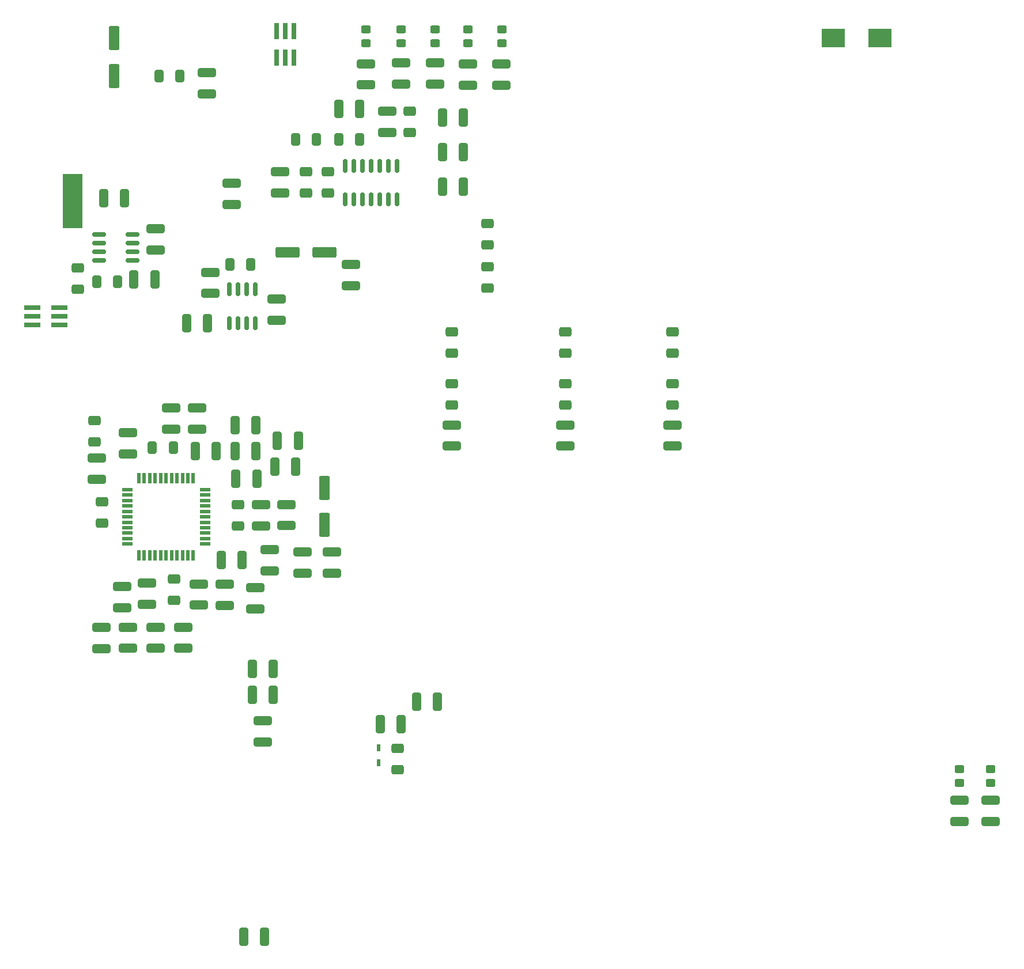
<source format=gbr>
%TF.GenerationSoftware,KiCad,Pcbnew,(6.0.5)*%
%TF.CreationDate,2023-01-24T13:05:23+01:00*%
%TF.ProjectId,Panel,50616e65-6c2e-46b6-9963-61645f706362,rev?*%
%TF.SameCoordinates,Original*%
%TF.FileFunction,Paste,Top*%
%TF.FilePolarity,Positive*%
%FSLAX46Y46*%
G04 Gerber Fmt 4.6, Leading zero omitted, Abs format (unit mm)*
G04 Created by KiCad (PCBNEW (6.0.5)) date 2023-01-24 13:05:23*
%MOMM*%
%LPD*%
G01*
G04 APERTURE LIST*
G04 Aperture macros list*
%AMRoundRect*
0 Rectangle with rounded corners*
0 $1 Rounding radius*
0 $2 $3 $4 $5 $6 $7 $8 $9 X,Y pos of 4 corners*
0 Add a 4 corners polygon primitive as box body*
4,1,4,$2,$3,$4,$5,$6,$7,$8,$9,$2,$3,0*
0 Add four circle primitives for the rounded corners*
1,1,$1+$1,$2,$3*
1,1,$1+$1,$4,$5*
1,1,$1+$1,$6,$7*
1,1,$1+$1,$8,$9*
0 Add four rect primitives between the rounded corners*
20,1,$1+$1,$2,$3,$4,$5,0*
20,1,$1+$1,$4,$5,$6,$7,0*
20,1,$1+$1,$6,$7,$8,$9,0*
20,1,$1+$1,$8,$9,$2,$3,0*%
G04 Aperture macros list end*
%ADD10RoundRect,0.250000X0.400000X1.075000X-0.400000X1.075000X-0.400000X-1.075000X0.400000X-1.075000X0*%
%ADD11RoundRect,0.250000X-0.650000X0.412500X-0.650000X-0.412500X0.650000X-0.412500X0.650000X0.412500X0*%
%ADD12RoundRect,0.250000X1.075000X-0.400000X1.075000X0.400000X-1.075000X0.400000X-1.075000X-0.400000X0*%
%ADD13RoundRect,0.250000X0.650000X-0.412500X0.650000X0.412500X-0.650000X0.412500X-0.650000X-0.412500X0*%
%ADD14RoundRect,0.250000X0.450000X-0.325000X0.450000X0.325000X-0.450000X0.325000X-0.450000X-0.325000X0*%
%ADD15RoundRect,0.250000X-0.400000X-1.075000X0.400000X-1.075000X0.400000X1.075000X-0.400000X1.075000X0*%
%ADD16RoundRect,0.250000X-1.075000X0.400000X-1.075000X-0.400000X1.075000X-0.400000X1.075000X0.400000X0*%
%ADD17R,1.500000X0.550000*%
%ADD18R,0.550000X1.500000*%
%ADD19RoundRect,0.250000X0.412500X0.650000X-0.412500X0.650000X-0.412500X-0.650000X0.412500X-0.650000X0*%
%ADD20R,2.400000X0.740000*%
%ADD21RoundRect,0.250000X-0.412500X-0.650000X0.412500X-0.650000X0.412500X0.650000X-0.412500X0.650000X0*%
%ADD22R,0.740000X2.400000*%
%ADD23RoundRect,0.250000X1.500000X0.550000X-1.500000X0.550000X-1.500000X-0.550000X1.500000X-0.550000X0*%
%ADD24RoundRect,0.150000X-0.825000X-0.150000X0.825000X-0.150000X0.825000X0.150000X-0.825000X0.150000X0*%
%ADD25RoundRect,0.150000X0.150000X-0.825000X0.150000X0.825000X-0.150000X0.825000X-0.150000X-0.825000X0*%
%ADD26R,3.000000X8.000000*%
%ADD27R,0.600000X1.100000*%
%ADD28RoundRect,0.250000X0.550000X-1.500000X0.550000X1.500000X-0.550000X1.500000X-0.550000X-1.500000X0*%
%ADD29RoundRect,0.250000X-0.550000X1.500000X-0.550000X-1.500000X0.550000X-1.500000X0.550000X1.500000X0*%
%ADD30R,3.500000X2.700000*%
%ADD31RoundRect,0.150000X-0.150000X0.825000X-0.150000X-0.825000X0.150000X-0.825000X0.150000X0.825000X0*%
G04 APERTURE END LIST*
D10*
%TO.C,R33*%
X45619000Y-61722000D03*
X42519000Y-61722000D03*
%TD*%
D11*
%TO.C,C34*%
X86741000Y-47078500D03*
X86741000Y-50203500D03*
%TD*%
D12*
%TO.C,R37*%
X45974000Y-57329000D03*
X45974000Y-54229000D03*
%TD*%
D13*
%TO.C,C7*%
X98171000Y-73698500D03*
X98171000Y-70573500D03*
%TD*%
D14*
%TO.C,D12*%
X88891000Y-20581000D03*
X88891000Y-18531000D03*
%TD*%
D15*
%TO.C,R24*%
X52171000Y-112522000D03*
X55271000Y-112522000D03*
%TD*%
D16*
%TO.C,R25*%
X54737000Y-94970000D03*
X54737000Y-98070000D03*
%TD*%
D10*
%TO.C,R10*%
X83211000Y-36576000D03*
X80111000Y-36576000D03*
%TD*%
D12*
%TO.C,R51*%
X29337000Y-84608000D03*
X29337000Y-81508000D03*
%TD*%
D16*
%TO.C,R13*%
X83820000Y-23596000D03*
X83820000Y-26696000D03*
%TD*%
%TO.C,R6*%
X79000000Y-23450000D03*
X79000000Y-26550000D03*
%TD*%
D14*
%TO.C,D9*%
X156083000Y-129295000D03*
X156083000Y-127245000D03*
%TD*%
D13*
%TO.C,C19*%
X26543000Y-56680500D03*
X26543000Y-53555500D03*
%TD*%
D17*
%TO.C,U8*%
X33816000Y-86151000D03*
X33816000Y-86951000D03*
X33816000Y-87751000D03*
X33816000Y-88551000D03*
X33816000Y-89351000D03*
X33816000Y-90151000D03*
X33816000Y-90951000D03*
X33816000Y-91751000D03*
X33816000Y-92551000D03*
X33816000Y-93351000D03*
X33816000Y-94151000D03*
D18*
X35516000Y-95851000D03*
X36316000Y-95851000D03*
X37116000Y-95851000D03*
X37916000Y-95851000D03*
X38716000Y-95851000D03*
X39516000Y-95851000D03*
X40316000Y-95851000D03*
X41116000Y-95851000D03*
X41916000Y-95851000D03*
X42716000Y-95851000D03*
X43516000Y-95851000D03*
D17*
X45216000Y-94151000D03*
X45216000Y-93351000D03*
X45216000Y-92551000D03*
X45216000Y-91751000D03*
X45216000Y-90951000D03*
X45216000Y-90151000D03*
X45216000Y-89351000D03*
X45216000Y-88551000D03*
X45216000Y-87751000D03*
X45216000Y-86951000D03*
X45216000Y-86151000D03*
D18*
X43516000Y-84451000D03*
X42716000Y-84451000D03*
X41916000Y-84451000D03*
X41116000Y-84451000D03*
X40316000Y-84451000D03*
X39516000Y-84451000D03*
X38716000Y-84451000D03*
X37916000Y-84451000D03*
X37116000Y-84451000D03*
X36316000Y-84451000D03*
X35516000Y-84451000D03*
%TD*%
D13*
%TO.C,C30*%
X50038000Y-91478500D03*
X50038000Y-88353500D03*
%TD*%
D19*
%TO.C,C24*%
X40590000Y-79991000D03*
X37465000Y-79991000D03*
%TD*%
D14*
%TO.C,D3*%
X79000000Y-20581000D03*
X79000000Y-18531000D03*
%TD*%
D12*
%TO.C,R53*%
X63881000Y-98451000D03*
X63881000Y-95351000D03*
%TD*%
D14*
%TO.C,D6*%
X83891000Y-20581000D03*
X83891000Y-18531000D03*
%TD*%
D12*
%TO.C,R26*%
X29972000Y-109500000D03*
X29972000Y-106400000D03*
%TD*%
D11*
%TO.C,C3*%
X113883500Y-62953500D03*
X113883500Y-66078500D03*
%TD*%
D16*
%TO.C,R15*%
X88773000Y-23596000D03*
X88773000Y-26696000D03*
%TD*%
D12*
%TO.C,R20*%
X49149000Y-44222000D03*
X49149000Y-41122000D03*
%TD*%
%TO.C,R7*%
X66675000Y-56186000D03*
X66675000Y-53086000D03*
%TD*%
D13*
%TO.C,C11*%
X86741000Y-56553500D03*
X86741000Y-53428500D03*
%TD*%
D16*
%TO.C,R56*%
X68834000Y-23570600D03*
X68834000Y-26670600D03*
%TD*%
%TO.C,R35*%
X48133000Y-100050000D03*
X48133000Y-103150000D03*
%TD*%
D11*
%TO.C,C10*%
X75311000Y-30568500D03*
X75311000Y-33693500D03*
%TD*%
D15*
%TO.C,R60*%
X50901000Y-151892000D03*
X54001000Y-151892000D03*
%TD*%
D19*
%TO.C,C2*%
X61633500Y-34671000D03*
X58508500Y-34671000D03*
%TD*%
D16*
%TO.C,R38*%
X36703000Y-99923000D03*
X36703000Y-103023000D03*
%TD*%
%TO.C,R8*%
X74000000Y-23450000D03*
X74000000Y-26550000D03*
%TD*%
D15*
%TO.C,R44*%
X43789000Y-80518000D03*
X46889000Y-80518000D03*
%TD*%
D16*
%TO.C,R42*%
X42056000Y-106381000D03*
X42056000Y-109481000D03*
%TD*%
D12*
%TO.C,R54*%
X59563000Y-98451000D03*
X59563000Y-95351000D03*
%TD*%
D15*
%TO.C,R32*%
X47599000Y-96520000D03*
X50699000Y-96520000D03*
%TD*%
D12*
%TO.C,R45*%
X44069000Y-77242000D03*
X44069000Y-74142000D03*
%TD*%
D10*
%TO.C,R27*%
X58954000Y-78994000D03*
X55854000Y-78994000D03*
%TD*%
D16*
%TO.C,R34*%
X33909000Y-106381000D03*
X33909000Y-109481000D03*
%TD*%
D15*
%TO.C,R48*%
X49758000Y-84582000D03*
X52858000Y-84582000D03*
%TD*%
D20*
%TO.C,J15*%
X19894000Y-59436000D03*
X23794000Y-59436000D03*
X19894000Y-60706000D03*
X23794000Y-60706000D03*
X19894000Y-61976000D03*
X23794000Y-61976000D03*
%TD*%
D16*
%TO.C,R40*%
X160655000Y-131800000D03*
X160655000Y-134900000D03*
%TD*%
D12*
%TO.C,R52*%
X53467000Y-91466000D03*
X53467000Y-88366000D03*
%TD*%
D21*
%TO.C,C32*%
X48856500Y-53086000D03*
X51981500Y-53086000D03*
%TD*%
D22*
%TO.C,J3*%
X58293000Y-18751000D03*
X58293000Y-22651000D03*
X57023000Y-18751000D03*
X57023000Y-22651000D03*
X55753000Y-18751000D03*
X55753000Y-22651000D03*
%TD*%
D14*
%TO.C,D10*%
X160655000Y-129295000D03*
X160655000Y-127245000D03*
%TD*%
D13*
%TO.C,C6*%
X113883500Y-73698500D03*
X113883500Y-70573500D03*
%TD*%
D23*
%TO.C,C20*%
X62771000Y-51308000D03*
X57371000Y-51308000D03*
%TD*%
D10*
%TO.C,R16*%
X83211000Y-31496000D03*
X80111000Y-31496000D03*
%TD*%
%TO.C,R59*%
X79401000Y-117348000D03*
X76301000Y-117348000D03*
%TD*%
D16*
%TO.C,R29*%
X52578000Y-100558000D03*
X52578000Y-103658000D03*
%TD*%
D21*
%TO.C,C13*%
X38442500Y-25400000D03*
X41567500Y-25400000D03*
%TD*%
D16*
%TO.C,R39*%
X44323000Y-100031000D03*
X44323000Y-103131000D03*
%TD*%
D21*
%TO.C,C31*%
X64858500Y-34671000D03*
X67983500Y-34671000D03*
%TD*%
D16*
%TO.C,R36*%
X156083000Y-131800000D03*
X156083000Y-134900000D03*
%TD*%
D19*
%TO.C,C33*%
X32423500Y-55626000D03*
X29298500Y-55626000D03*
%TD*%
D12*
%TO.C,R14*%
X53721000Y-123216000D03*
X53721000Y-120116000D03*
%TD*%
D10*
%TO.C,R11*%
X83211000Y-41656000D03*
X80111000Y-41656000D03*
%TD*%
D12*
%TO.C,R22*%
X37973000Y-50927000D03*
X37973000Y-47827000D03*
%TD*%
D24*
%TO.C,U6*%
X29656000Y-48641000D03*
X29656000Y-49911000D03*
X29656000Y-51181000D03*
X29656000Y-52451000D03*
X34606000Y-52451000D03*
X34606000Y-51181000D03*
X34606000Y-49911000D03*
X34606000Y-48641000D03*
%TD*%
D12*
%TO.C,R47*%
X33909000Y-80925000D03*
X33909000Y-77825000D03*
%TD*%
D13*
%TO.C,C8*%
X81498500Y-73698500D03*
X81498500Y-70573500D03*
%TD*%
D16*
%TO.C,R31*%
X33020000Y-100431000D03*
X33020000Y-103531000D03*
%TD*%
D11*
%TO.C,C9*%
X63246000Y-39458500D03*
X63246000Y-42583500D03*
%TD*%
D13*
%TO.C,C5*%
X81498500Y-66078500D03*
X81498500Y-62953500D03*
%TD*%
D11*
%TO.C,C36*%
X73533000Y-124167500D03*
X73533000Y-127292500D03*
%TD*%
D16*
%TO.C,R30*%
X55753000Y-58140000D03*
X55753000Y-61240000D03*
%TD*%
D25*
%TO.C,U1*%
X65786000Y-43496000D03*
X67056000Y-43496000D03*
X68326000Y-43496000D03*
X69596000Y-43496000D03*
X70866000Y-43496000D03*
X72136000Y-43496000D03*
X73406000Y-43496000D03*
X73406000Y-38546000D03*
X72136000Y-38546000D03*
X70866000Y-38546000D03*
X69596000Y-38546000D03*
X68326000Y-38546000D03*
X67056000Y-38546000D03*
X65786000Y-38546000D03*
%TD*%
D14*
%TO.C,D5*%
X74000000Y-20583000D03*
X74000000Y-18533000D03*
%TD*%
D12*
%TO.C,R55*%
X57150000Y-91440000D03*
X57150000Y-88340000D03*
%TD*%
D26*
%TO.C,Y1*%
X25781000Y-43716000D03*
%TD*%
D27*
%TO.C,D16*%
X70739000Y-126322000D03*
X70739000Y-124122000D03*
%TD*%
D28*
%TO.C,C21*%
X62738000Y-91346000D03*
X62738000Y-85946000D03*
%TD*%
D11*
%TO.C,C4*%
X98171000Y-62953500D03*
X98171000Y-66078500D03*
%TD*%
D15*
%TO.C,R49*%
X55473000Y-82804000D03*
X58573000Y-82804000D03*
%TD*%
D29*
%TO.C,C12*%
X31891000Y-19806000D03*
X31891000Y-25406000D03*
%TD*%
D16*
%TO.C,R41*%
X37973000Y-106381000D03*
X37973000Y-109481000D03*
%TD*%
D15*
%TO.C,R19*%
X30327000Y-43307000D03*
X33427000Y-43307000D03*
%TD*%
%TO.C,R28*%
X52171000Y-116332000D03*
X55271000Y-116332000D03*
%TD*%
D11*
%TO.C,C1*%
X60071000Y-39458500D03*
X60071000Y-42583500D03*
%TD*%
D16*
%TO.C,R1*%
X113883500Y-76656000D03*
X113883500Y-79756000D03*
%TD*%
D30*
%TO.C,D1*%
X137570000Y-19812000D03*
X144370000Y-19812000D03*
%TD*%
D12*
%TO.C,R46*%
X40259000Y-77242000D03*
X40259000Y-74142000D03*
%TD*%
%TO.C,R4*%
X56261000Y-42571000D03*
X56261000Y-39471000D03*
%TD*%
D14*
%TO.C,D13*%
X68891000Y-20581000D03*
X68891000Y-18531000D03*
%TD*%
D16*
%TO.C,R2*%
X98171000Y-76656000D03*
X98171000Y-79756000D03*
%TD*%
D13*
%TO.C,C25*%
X28956000Y-79159500D03*
X28956000Y-76034500D03*
%TD*%
D15*
%TO.C,R5*%
X64871000Y-30226000D03*
X67971000Y-30226000D03*
%TD*%
D12*
%TO.C,R12*%
X72009000Y-33681000D03*
X72009000Y-30581000D03*
%TD*%
D11*
%TO.C,C29*%
X30099000Y-87953500D03*
X30099000Y-91078500D03*
%TD*%
D15*
%TO.C,R58*%
X70967000Y-120650000D03*
X74067000Y-120650000D03*
%TD*%
D13*
%TO.C,C26*%
X40640000Y-102400500D03*
X40640000Y-99275500D03*
%TD*%
D15*
%TO.C,R50*%
X49631000Y-80518000D03*
X52731000Y-80518000D03*
%TD*%
%TO.C,R43*%
X49631000Y-76708000D03*
X52731000Y-76708000D03*
%TD*%
D10*
%TO.C,R21*%
X37872000Y-55245000D03*
X34772000Y-55245000D03*
%TD*%
D16*
%TO.C,R3*%
X81498500Y-76656000D03*
X81498500Y-79756000D03*
%TD*%
D12*
%TO.C,R18*%
X45466000Y-27966000D03*
X45466000Y-24866000D03*
%TD*%
D31*
%TO.C,U7*%
X52578000Y-56707000D03*
X51308000Y-56707000D03*
X50038000Y-56707000D03*
X48768000Y-56707000D03*
X48768000Y-61657000D03*
X50038000Y-61657000D03*
X51308000Y-61657000D03*
X52578000Y-61657000D03*
%TD*%
M02*

</source>
